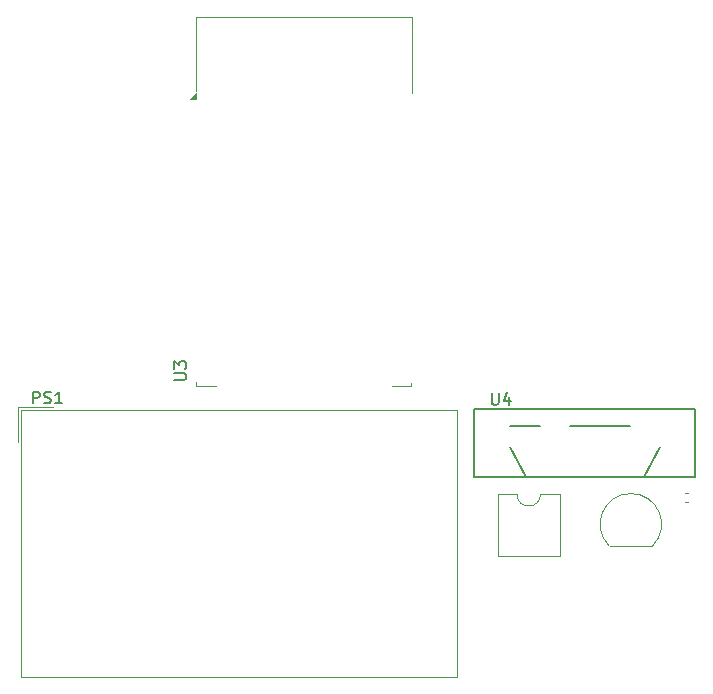
<source format=gbr>
%TF.GenerationSoftware,KiCad,Pcbnew,9.0.0*%
%TF.CreationDate,2025-04-29T10:42:49+05:30*%
%TF.ProjectId,Smart Water Heater Control,536d6172-7420-4576-9174-657220486561,rev?*%
%TF.SameCoordinates,Original*%
%TF.FileFunction,Legend,Top*%
%TF.FilePolarity,Positive*%
%FSLAX46Y46*%
G04 Gerber Fmt 4.6, Leading zero omitted, Abs format (unit mm)*
G04 Created by KiCad (PCBNEW 9.0.0) date 2025-04-29 10:42:49*
%MOMM*%
%LPD*%
G01*
G04 APERTURE LIST*
%ADD10C,0.150000*%
%ADD11C,0.120000*%
G04 APERTURE END LIST*
D10*
X90719819Y-128581904D02*
X91529342Y-128581904D01*
X91529342Y-128581904D02*
X91624580Y-128534285D01*
X91624580Y-128534285D02*
X91672200Y-128486666D01*
X91672200Y-128486666D02*
X91719819Y-128391428D01*
X91719819Y-128391428D02*
X91719819Y-128200952D01*
X91719819Y-128200952D02*
X91672200Y-128105714D01*
X91672200Y-128105714D02*
X91624580Y-128058095D01*
X91624580Y-128058095D02*
X91529342Y-128010476D01*
X91529342Y-128010476D02*
X90719819Y-128010476D01*
X90719819Y-127629523D02*
X90719819Y-127010476D01*
X90719819Y-127010476D02*
X91100771Y-127343809D01*
X91100771Y-127343809D02*
X91100771Y-127200952D01*
X91100771Y-127200952D02*
X91148390Y-127105714D01*
X91148390Y-127105714D02*
X91196009Y-127058095D01*
X91196009Y-127058095D02*
X91291247Y-127010476D01*
X91291247Y-127010476D02*
X91529342Y-127010476D01*
X91529342Y-127010476D02*
X91624580Y-127058095D01*
X91624580Y-127058095D02*
X91672200Y-127105714D01*
X91672200Y-127105714D02*
X91719819Y-127200952D01*
X91719819Y-127200952D02*
X91719819Y-127486666D01*
X91719819Y-127486666D02*
X91672200Y-127581904D01*
X91672200Y-127581904D02*
X91624580Y-127629523D01*
X117611095Y-129674819D02*
X117611095Y-130484342D01*
X117611095Y-130484342D02*
X117658714Y-130579580D01*
X117658714Y-130579580D02*
X117706333Y-130627200D01*
X117706333Y-130627200D02*
X117801571Y-130674819D01*
X117801571Y-130674819D02*
X117992047Y-130674819D01*
X117992047Y-130674819D02*
X118087285Y-130627200D01*
X118087285Y-130627200D02*
X118134904Y-130579580D01*
X118134904Y-130579580D02*
X118182523Y-130484342D01*
X118182523Y-130484342D02*
X118182523Y-129674819D01*
X119087285Y-130008152D02*
X119087285Y-130674819D01*
X118849190Y-129627200D02*
X118611095Y-130341485D01*
X118611095Y-130341485D02*
X119230142Y-130341485D01*
X78745714Y-130559819D02*
X78745714Y-129559819D01*
X78745714Y-129559819D02*
X79126666Y-129559819D01*
X79126666Y-129559819D02*
X79221904Y-129607438D01*
X79221904Y-129607438D02*
X79269523Y-129655057D01*
X79269523Y-129655057D02*
X79317142Y-129750295D01*
X79317142Y-129750295D02*
X79317142Y-129893152D01*
X79317142Y-129893152D02*
X79269523Y-129988390D01*
X79269523Y-129988390D02*
X79221904Y-130036009D01*
X79221904Y-130036009D02*
X79126666Y-130083628D01*
X79126666Y-130083628D02*
X78745714Y-130083628D01*
X79698095Y-130512200D02*
X79840952Y-130559819D01*
X79840952Y-130559819D02*
X80079047Y-130559819D01*
X80079047Y-130559819D02*
X80174285Y-130512200D01*
X80174285Y-130512200D02*
X80221904Y-130464580D01*
X80221904Y-130464580D02*
X80269523Y-130369342D01*
X80269523Y-130369342D02*
X80269523Y-130274104D01*
X80269523Y-130274104D02*
X80221904Y-130178866D01*
X80221904Y-130178866D02*
X80174285Y-130131247D01*
X80174285Y-130131247D02*
X80079047Y-130083628D01*
X80079047Y-130083628D02*
X79888571Y-130036009D01*
X79888571Y-130036009D02*
X79793333Y-129988390D01*
X79793333Y-129988390D02*
X79745714Y-129940771D01*
X79745714Y-129940771D02*
X79698095Y-129845533D01*
X79698095Y-129845533D02*
X79698095Y-129750295D01*
X79698095Y-129750295D02*
X79745714Y-129655057D01*
X79745714Y-129655057D02*
X79793333Y-129607438D01*
X79793333Y-129607438D02*
X79888571Y-129559819D01*
X79888571Y-129559819D02*
X80126666Y-129559819D01*
X80126666Y-129559819D02*
X80269523Y-129607438D01*
X81221904Y-130559819D02*
X80650476Y-130559819D01*
X80936190Y-130559819D02*
X80936190Y-129559819D01*
X80936190Y-129559819D02*
X80840952Y-129702676D01*
X80840952Y-129702676D02*
X80745714Y-129797914D01*
X80745714Y-129797914D02*
X80650476Y-129845533D01*
D11*
%TO.C,U3*%
X92550000Y-97840000D02*
X110805000Y-97840000D01*
X92550000Y-104090000D02*
X92550000Y-97840000D01*
X92555000Y-128730000D02*
X92555000Y-129090000D01*
X92555000Y-129090000D02*
X94215000Y-129090000D01*
X110795000Y-128830000D02*
X110795000Y-129090000D01*
X110795000Y-129090000D02*
X109135000Y-129090000D01*
X110805000Y-104260000D02*
X110805000Y-97840000D01*
X92550000Y-104815000D02*
X92050000Y-104815000D01*
X92550000Y-104315000D01*
X92550000Y-104815000D01*
G36*
X92550000Y-104815000D02*
G01*
X92050000Y-104815000D01*
X92550000Y-104315000D01*
X92550000Y-104815000D01*
G37*
D10*
%TO.C,U4*%
X116135000Y-131060000D02*
X134835000Y-131060000D01*
X116135000Y-136760000D02*
X116135000Y-131060000D01*
X119135000Y-132460000D02*
X121675000Y-132460000D01*
X120485000Y-136760000D02*
X119145000Y-134260000D01*
X124215000Y-132460000D02*
X129295000Y-132460000D01*
X130485000Y-136760000D02*
X131825000Y-134260000D01*
X134835000Y-131060000D02*
X134835000Y-136760000D01*
X134835000Y-136760000D02*
X116135000Y-136760000D01*
D11*
%TO.C,R2*%
X133931359Y-138150000D02*
X134238641Y-138150000D01*
X133931359Y-138910000D02*
X134238641Y-138910000D01*
%TO.C,PS1*%
X77460000Y-130845000D02*
X80460000Y-130845000D01*
X77460000Y-133845000D02*
X77460000Y-130845000D01*
X77700000Y-131085000D02*
X77700000Y-153705000D01*
X77700000Y-131085000D02*
X114620000Y-131085000D01*
X77700000Y-153705000D02*
X114620000Y-153705000D01*
X114620000Y-131085000D02*
X114620000Y-153705000D01*
%TO.C,U1*%
X127575000Y-142640000D02*
X131175000Y-142640000D01*
X127536522Y-142628478D02*
G75*
G02*
X129375000Y-138189999I1838478J1838478D01*
G01*
X129375000Y-138190000D02*
G75*
G02*
X131213478Y-142628478I0J-2600000D01*
G01*
%TO.C,U2*%
X118085000Y-138250000D02*
X118085000Y-143450000D01*
X118085000Y-143450000D02*
X123385000Y-143450000D01*
X119735000Y-138250000D02*
X118085000Y-138250000D01*
X123385000Y-138250000D02*
X121735000Y-138250000D01*
X123385000Y-143450000D02*
X123385000Y-138250000D01*
X121735000Y-138250000D02*
G75*
G02*
X119735000Y-138250000I-1000000J0D01*
G01*
%TD*%
M02*

</source>
